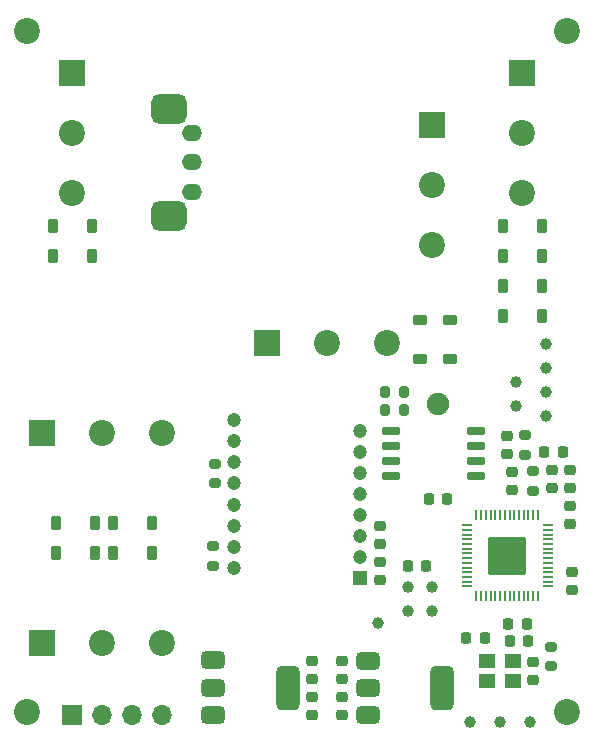
<source format=gbr>
%TF.GenerationSoftware,KiCad,Pcbnew,8.0.5*%
%TF.CreationDate,2024-10-23T01:30:23+03:00*%
%TF.ProjectId,mouse_pic,6d6f7573-655f-4706-9963-2e6b69636164,rev?*%
%TF.SameCoordinates,Original*%
%TF.FileFunction,Soldermask,Top*%
%TF.FilePolarity,Negative*%
%FSLAX46Y46*%
G04 Gerber Fmt 4.6, Leading zero omitted, Abs format (unit mm)*
G04 Created by KiCad (PCBNEW 8.0.5) date 2024-10-23 01:30:23*
%MOMM*%
%LPD*%
G01*
G04 APERTURE LIST*
G04 Aperture macros list*
%AMRoundRect*
0 Rectangle with rounded corners*
0 $1 Rounding radius*
0 $2 $3 $4 $5 $6 $7 $8 $9 X,Y pos of 4 corners*
0 Add a 4 corners polygon primitive as box body*
4,1,4,$2,$3,$4,$5,$6,$7,$8,$9,$2,$3,0*
0 Add four circle primitives for the rounded corners*
1,1,$1+$1,$2,$3*
1,1,$1+$1,$4,$5*
1,1,$1+$1,$6,$7*
1,1,$1+$1,$8,$9*
0 Add four rect primitives between the rounded corners*
20,1,$1+$1,$2,$3,$4,$5,0*
20,1,$1+$1,$4,$5,$6,$7,0*
20,1,$1+$1,$6,$7,$8,$9,0*
20,1,$1+$1,$8,$9,$2,$3,0*%
G04 Aperture macros list end*
%ADD10RoundRect,0.225000X0.225000X0.375000X-0.225000X0.375000X-0.225000X-0.375000X0.225000X-0.375000X0*%
%ADD11RoundRect,0.225000X0.250000X-0.225000X0.250000X0.225000X-0.250000X0.225000X-0.250000X-0.225000X0*%
%ADD12C,1.000000*%
%ADD13C,2.200000*%
%ADD14RoundRect,0.225000X0.375000X-0.225000X0.375000X0.225000X-0.375000X0.225000X-0.375000X-0.225000X0*%
%ADD15RoundRect,0.200000X-0.275000X0.200000X-0.275000X-0.200000X0.275000X-0.200000X0.275000X0.200000X0*%
%ADD16R,1.400000X1.200000*%
%ADD17RoundRect,0.050000X-0.387500X-0.050000X0.387500X-0.050000X0.387500X0.050000X-0.387500X0.050000X0*%
%ADD18RoundRect,0.050000X-0.050000X-0.387500X0.050000X-0.387500X0.050000X0.387500X-0.050000X0.387500X0*%
%ADD19RoundRect,0.144000X-1.456000X-1.456000X1.456000X-1.456000X1.456000X1.456000X-1.456000X1.456000X0*%
%ADD20R,2.200000X2.200000*%
%ADD21RoundRect,0.200000X0.275000X-0.200000X0.275000X0.200000X-0.275000X0.200000X-0.275000X-0.200000X0*%
%ADD22RoundRect,0.225000X-0.250000X0.225000X-0.250000X-0.225000X0.250000X-0.225000X0.250000X0.225000X0*%
%ADD23R,1.200000X1.200000*%
%ADD24C,1.200000*%
%ADD25RoundRect,0.225000X-0.225000X-0.250000X0.225000X-0.250000X0.225000X0.250000X-0.225000X0.250000X0*%
%ADD26RoundRect,0.375000X-0.625000X-0.375000X0.625000X-0.375000X0.625000X0.375000X-0.625000X0.375000X0*%
%ADD27RoundRect,0.500000X-0.500000X-1.400000X0.500000X-1.400000X0.500000X1.400000X-0.500000X1.400000X0*%
%ADD28RoundRect,0.225000X0.225000X0.250000X-0.225000X0.250000X-0.225000X-0.250000X0.225000X-0.250000X0*%
%ADD29RoundRect,0.225000X-0.225000X-0.375000X0.225000X-0.375000X0.225000X0.375000X-0.225000X0.375000X0*%
%ADD30RoundRect,0.200000X-0.200000X-0.275000X0.200000X-0.275000X0.200000X0.275000X-0.200000X0.275000X0*%
%ADD31R,1.700000X1.700000*%
%ADD32O,1.700000X1.700000*%
%ADD33RoundRect,0.150000X-0.650000X-0.150000X0.650000X-0.150000X0.650000X0.150000X-0.650000X0.150000X0*%
%ADD34RoundRect,0.625000X0.875000X-0.625000X0.875000X0.625000X-0.875000X0.625000X-0.875000X-0.625000X0*%
%ADD35O,1.700000X1.400000*%
%ADD36C,1.900000*%
%ADD37RoundRect,0.200000X0.200000X0.275000X-0.200000X0.275000X-0.200000X-0.275000X0.200000X-0.275000X0*%
G04 APERTURE END LIST*
D10*
%TO.C,D1*%
X-78030000Y66726000D03*
X-81330000Y66726000D03*
%TD*%
D11*
%TO.C,C13*%
X-37516000Y44488000D03*
X-37516000Y46038000D03*
%TD*%
D12*
%TO.C,P14*%
X-51232000Y34087000D03*
%TD*%
D11*
%TO.C,C400*%
X-59360000Y28373000D03*
X-59360000Y29923000D03*
%TD*%
D13*
%TO.C,REF\u002A\u002A*%
X-83490000Y25578000D03*
%TD*%
D14*
%TO.C,D7*%
X-50216000Y55424000D03*
X-50216000Y58724000D03*
%TD*%
D15*
%TO.C,R4*%
X-40691000Y45961000D03*
X-40691000Y44311000D03*
%TD*%
D12*
%TO.C,P11*%
X-49200000Y36119000D03*
%TD*%
D16*
%TO.C,Y1*%
X-44585000Y28157000D03*
X-42385000Y28157000D03*
X-42385000Y29857000D03*
X-44585000Y29857000D03*
%TD*%
D17*
%TO.C,U3*%
X-46282500Y41391000D03*
X-46282500Y40991000D03*
X-46282500Y40591000D03*
X-46282500Y40191000D03*
X-46282500Y39791000D03*
X-46282500Y39391000D03*
X-46282500Y38991000D03*
X-46282500Y38591000D03*
X-46282500Y38191000D03*
X-46282500Y37791000D03*
X-46282500Y37391000D03*
X-46282500Y36991000D03*
X-46282500Y36591000D03*
X-46282500Y36191000D03*
D18*
X-45445000Y35353500D03*
X-45045000Y35353500D03*
X-44645000Y35353500D03*
X-44245000Y35353500D03*
X-43845000Y35353500D03*
X-43445000Y35353500D03*
X-43045000Y35353500D03*
X-42645000Y35353500D03*
X-42245000Y35353500D03*
X-41845000Y35353500D03*
X-41445000Y35353500D03*
X-41045000Y35353500D03*
X-40645000Y35353500D03*
X-40245000Y35353500D03*
D17*
X-39407500Y36191000D03*
X-39407500Y36591000D03*
X-39407500Y36991000D03*
X-39407500Y37391000D03*
X-39407500Y37791000D03*
X-39407500Y38191000D03*
X-39407500Y38591000D03*
X-39407500Y38991000D03*
X-39407500Y39391000D03*
X-39407500Y39791000D03*
X-39407500Y40191000D03*
X-39407500Y40591000D03*
X-39407500Y40991000D03*
X-39407500Y41391000D03*
D18*
X-40245000Y42228500D03*
X-40645000Y42228500D03*
X-41045000Y42228500D03*
X-41445000Y42228500D03*
X-41845000Y42228500D03*
X-42245000Y42228500D03*
X-42645000Y42228500D03*
X-43045000Y42228500D03*
X-43445000Y42228500D03*
X-43845000Y42228500D03*
X-44245000Y42228500D03*
X-44645000Y42228500D03*
X-45045000Y42228500D03*
X-45445000Y42228500D03*
D19*
X-42845000Y38791000D03*
%TD*%
D15*
%TO.C,R3*%
X-41326000Y49009000D03*
X-41326000Y47359000D03*
%TD*%
D10*
%TO.C,D10*%
X-72950000Y41580000D03*
X-76250000Y41580000D03*
%TD*%
D13*
%TO.C,REF\u002A\u002A*%
X-37770000Y25578000D03*
%TD*%
%TO.C,SW2*%
X-41580000Y74600000D03*
D20*
X-41580000Y79680000D03*
D13*
X-41580000Y69520000D03*
%TD*%
D12*
%TO.C,P32*%
X-40945000Y24689000D03*
%TD*%
D21*
%TO.C,R1*%
X-67615000Y44946000D03*
X-67615000Y46596000D03*
%TD*%
D22*
%TO.C,C3*%
X-53645000Y38291000D03*
X-53645000Y36741000D03*
%TD*%
D13*
%TO.C,SW3*%
X-49200000Y70155000D03*
D20*
X-49200000Y75235000D03*
D13*
X-49200000Y65075000D03*
%TD*%
D22*
%TO.C,C300*%
X-40629680Y29835988D03*
X-40629680Y28285988D03*
%TD*%
D11*
%TO.C,C10*%
X-39040000Y44488000D03*
X-39040000Y46038000D03*
%TD*%
%TO.C,C1*%
X-56820000Y25311000D03*
X-56820000Y26861000D03*
%TD*%
D23*
%TO.C,U2*%
X-55280000Y36900000D03*
D24*
X-55280000Y38680000D03*
X-55280000Y40460000D03*
X-55280000Y42240000D03*
X-55280000Y44020000D03*
X-55280000Y45800000D03*
X-55280000Y47580000D03*
X-55280000Y49360000D03*
X-65980000Y50250000D03*
X-65980000Y48470000D03*
X-65980000Y46690000D03*
X-65980000Y44910000D03*
X-65980000Y43130000D03*
X-65980000Y41350000D03*
X-65980000Y39570000D03*
X-65980000Y37790000D03*
%TD*%
D12*
%TO.C,P26*%
X-39548000Y56693000D03*
%TD*%
%TO.C,P29*%
X-39548000Y50597000D03*
%TD*%
D15*
%TO.C,R40*%
X-67742000Y39611000D03*
X-67742000Y37961000D03*
%TD*%
D25*
%TO.C,C6*%
X-42612258Y31535040D03*
X-41062258Y31535040D03*
%TD*%
D26*
%TO.C,U10*%
X-67742000Y29924000D03*
X-67742000Y27624000D03*
D27*
X-61442000Y27624000D03*
D26*
X-67742000Y25324000D03*
%TD*%
D11*
%TO.C,C500*%
X-42469000Y44361000D03*
X-42469000Y45911000D03*
%TD*%
D13*
%TO.C,SW5*%
X-77140000Y49200000D03*
D20*
X-82220000Y49200000D03*
D13*
X-72060000Y49200000D03*
%TD*%
%TO.C,REF\u002A\u002A*%
X-83490000Y83236000D03*
%TD*%
%TO.C,SW6*%
X-77140000Y31420000D03*
D20*
X-82220000Y31420000D03*
D13*
X-72060000Y31420000D03*
%TD*%
D10*
%TO.C,D4*%
X-39930000Y64186000D03*
X-43230000Y64186000D03*
%TD*%
%TO.C,D5*%
X-39930000Y61646000D03*
X-43230000Y61646000D03*
%TD*%
%TO.C,D3*%
X-39930000Y66726000D03*
X-43230000Y66726000D03*
%TD*%
D28*
%TO.C,C14*%
X-47917000Y43612000D03*
X-49467000Y43612000D03*
%TD*%
D29*
%TO.C,D9*%
X-81076000Y41580000D03*
X-77776000Y41580000D03*
%TD*%
D12*
%TO.C,P27*%
X-39548000Y54661000D03*
%TD*%
D30*
%TO.C,R100*%
X-53200000Y51105000D03*
X-51550000Y51105000D03*
%TD*%
D12*
%TO.C,P13*%
X-49200000Y34087000D03*
%TD*%
%TO.C,P15*%
X-53772000Y33071000D03*
%TD*%
D13*
%TO.C,REF\u002A\u002A*%
X-37770000Y83236000D03*
%TD*%
D11*
%TO.C,C7*%
X-42850000Y47409000D03*
X-42850000Y48959000D03*
%TD*%
D31*
%TO.C,USB1*%
X-79670000Y25324000D03*
D32*
X-77130000Y25324000D03*
X-74590000Y25324000D03*
X-72050000Y25324000D03*
%TD*%
D10*
%TO.C,D12*%
X-72950000Y39040000D03*
X-76250000Y39040000D03*
%TD*%
D13*
%TO.C,SW4*%
X-58090000Y56820000D03*
D20*
X-63170000Y56820000D03*
D13*
X-53010000Y56820000D03*
%TD*%
D11*
%TO.C,C100*%
X-59360000Y25325000D03*
X-59360000Y26875000D03*
%TD*%
%TO.C,C4*%
X-53645000Y39789000D03*
X-53645000Y41339000D03*
%TD*%
D22*
%TO.C,C9*%
X-37389000Y37402000D03*
X-37389000Y35852000D03*
%TD*%
D10*
%TO.C,D6*%
X-39930000Y59106000D03*
X-43230000Y59106000D03*
%TD*%
D12*
%TO.C,P30*%
X-46025000Y24689000D03*
%TD*%
D11*
%TO.C,C12*%
X-37516000Y41440000D03*
X-37516000Y42990000D03*
%TD*%
D28*
%TO.C,C200*%
X-44742000Y31801000D03*
X-46292000Y31801000D03*
%TD*%
D33*
%TO.C,U4*%
X-52673000Y49327000D03*
X-52673000Y48057000D03*
X-52673000Y46787000D03*
X-52673000Y45517000D03*
X-45473000Y45517000D03*
X-45473000Y46787000D03*
X-45473000Y48057000D03*
X-45473000Y49327000D03*
%TD*%
D10*
%TO.C,D2*%
X-78030000Y64186000D03*
X-81330000Y64186000D03*
%TD*%
D12*
%TO.C,P28*%
X-39548000Y52629000D03*
%TD*%
%TO.C,P20*%
X-42088000Y53518000D03*
%TD*%
%TO.C,P21*%
X-42088000Y51486000D03*
%TD*%
D15*
%TO.C,R500*%
X-39167000Y31102000D03*
X-39167000Y29452000D03*
%TD*%
D13*
%TO.C,SW1*%
X-79680000Y74600000D03*
D20*
X-79680000Y79680000D03*
D13*
X-79680000Y69520000D03*
%TD*%
D34*
%TO.C,Encoder1*%
X-71520000Y67600000D03*
X-71520000Y76600000D03*
D35*
X-69520000Y69600000D03*
X-69520000Y72100000D03*
X-69520000Y74600000D03*
%TD*%
D12*
%TO.C,P31*%
X-43485000Y24689000D03*
%TD*%
D11*
%TO.C,C2*%
X-56820000Y28359000D03*
X-56820000Y29909000D03*
%TD*%
D25*
%TO.C,C11*%
X-42735867Y32995916D03*
X-41185867Y32995916D03*
%TD*%
D26*
%TO.C,U1*%
X-54636000Y29910000D03*
X-54636000Y27610000D03*
D27*
X-48336000Y27610000D03*
D26*
X-54636000Y25310000D03*
%TD*%
D29*
%TO.C,D11*%
X-81076000Y39040000D03*
X-77776000Y39040000D03*
%TD*%
D36*
%TO.C,USB_BOOT1*%
X-48692000Y51613000D03*
%TD*%
D25*
%TO.C,C8*%
X-39688000Y47549000D03*
X-38138000Y47549000D03*
%TD*%
D14*
%TO.C,D8*%
X-47676000Y55424000D03*
X-47676000Y58724000D03*
%TD*%
D28*
%TO.C,C15*%
X-49695000Y37897000D03*
X-51245000Y37897000D03*
%TD*%
D12*
%TO.C,P12*%
X-51232000Y36119000D03*
%TD*%
D37*
%TO.C,R200*%
X-51550000Y52629000D03*
X-53200000Y52629000D03*
%TD*%
M02*

</source>
